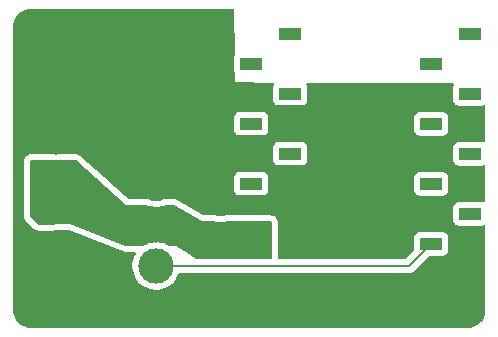
<source format=gbl>
G04 #@! TF.GenerationSoftware,KiCad,Pcbnew,9.0.2-9.0.2-0~ubuntu24.04.1*
G04 #@! TF.CreationDate,2025-06-11T11:10:20+02:00*
G04 #@! TF.ProjectId,PCB_Affichage,5043425f-4166-4666-9963-686167652e6b,rev?*
G04 #@! TF.SameCoordinates,Original*
G04 #@! TF.FileFunction,Copper,L2,Bot*
G04 #@! TF.FilePolarity,Positive*
%FSLAX46Y46*%
G04 Gerber Fmt 4.6, Leading zero omitted, Abs format (unit mm)*
G04 Created by KiCad (PCBNEW 9.0.2-9.0.2-0~ubuntu24.04.1) date 2025-06-11 11:10:20*
%MOMM*%
%LPD*%
G01*
G04 APERTURE LIST*
G04 Aperture macros list*
%AMRoundRect*
0 Rectangle with rounded corners*
0 $1 Rounding radius*
0 $2 $3 $4 $5 $6 $7 $8 $9 X,Y pos of 4 corners*
0 Add a 4 corners polygon primitive as box body*
4,1,4,$2,$3,$4,$5,$6,$7,$8,$9,$2,$3,0*
0 Add four circle primitives for the rounded corners*
1,1,$1+$1,$2,$3*
1,1,$1+$1,$4,$5*
1,1,$1+$1,$6,$7*
1,1,$1+$1,$8,$9*
0 Add four rect primitives between the rounded corners*
20,1,$1+$1,$2,$3,$4,$5,0*
20,1,$1+$1,$4,$5,$6,$7,0*
20,1,$1+$1,$6,$7,$8,$9,0*
20,1,$1+$1,$8,$9,$2,$3,0*%
G04 Aperture macros list end*
G04 #@! TA.AperFunction,SMDPad,CuDef*
%ADD10R,1.900000X1.000000*%
G04 #@! TD*
G04 #@! TA.AperFunction,ComponentPad*
%ADD11C,3.000000*%
G04 #@! TD*
G04 #@! TA.AperFunction,ComponentPad*
%ADD12RoundRect,0.760000X1.140000X-1.140000X1.140000X1.140000X-1.140000X1.140000X-1.140000X-1.140000X0*%
G04 #@! TD*
G04 #@! TA.AperFunction,ComponentPad*
%ADD13C,4.000000*%
G04 #@! TD*
G04 #@! TA.AperFunction,SMDPad,CuDef*
%ADD14RoundRect,0.237500X0.237500X-0.300000X0.237500X0.300000X-0.237500X0.300000X-0.237500X-0.300000X0*%
G04 #@! TD*
G04 #@! TA.AperFunction,ViaPad*
%ADD15C,0.600000*%
G04 #@! TD*
G04 #@! TA.AperFunction,Conductor*
%ADD16C,0.200000*%
G04 #@! TD*
G04 APERTURE END LIST*
D10*
X110965000Y-48595000D03*
X107665000Y-51135000D03*
X110965000Y-53675000D03*
X107665000Y-56215000D03*
X110965000Y-58755000D03*
X107665000Y-61295000D03*
X110965000Y-63835000D03*
X107665000Y-66375000D03*
X122905000Y-66380000D03*
X126205000Y-63840000D03*
X122905000Y-61300000D03*
X126205000Y-58760000D03*
X122905000Y-56220000D03*
X126205000Y-53680000D03*
X122905000Y-51140000D03*
X126205000Y-48600000D03*
D11*
X99610000Y-68260000D03*
X99610000Y-64760000D03*
X99610000Y-61260000D03*
D12*
X91100000Y-61830000D03*
D13*
X91100000Y-56830000D03*
D14*
X105090000Y-65202500D03*
X105090000Y-63477500D03*
D15*
X118090000Y-63090000D03*
X105190000Y-71090000D03*
X113790000Y-71090000D03*
X122390000Y-71090000D03*
X87990000Y-55090000D03*
X100890000Y-71090000D03*
X87990000Y-51090000D03*
X87990000Y-71090000D03*
X126690000Y-71090000D03*
X109490000Y-63090000D03*
X118090000Y-71090000D03*
X92290000Y-67090000D03*
X96590000Y-59090000D03*
X96590000Y-55090000D03*
X113790000Y-63090000D03*
X118090000Y-67090000D03*
X105190000Y-47090000D03*
X118090000Y-55090000D03*
X92290000Y-51090000D03*
X105190000Y-59090000D03*
X113790000Y-59090000D03*
X92290000Y-47090000D03*
X105190000Y-51090000D03*
X113790000Y-55090000D03*
X122390000Y-59090000D03*
X100890000Y-47090000D03*
X96590000Y-71090000D03*
X100890000Y-59090000D03*
X118090000Y-59090000D03*
X96590000Y-51090000D03*
X105190000Y-55090000D03*
X126690000Y-67090000D03*
X126690000Y-55090000D03*
X100890000Y-55090000D03*
X113790000Y-67090000D03*
X87990000Y-67090000D03*
X122390000Y-63090000D03*
X87990000Y-63090000D03*
X109490000Y-55090000D03*
X96590000Y-47090000D03*
X87990000Y-59090000D03*
X100890000Y-51090000D03*
X109490000Y-71090000D03*
D16*
X121015000Y-68270000D02*
X122905000Y-66380000D01*
X99610000Y-68260000D02*
X99620000Y-68270000D01*
X99620000Y-68270000D02*
X121015000Y-68270000D01*
G04 #@! TA.AperFunction,Conductor*
G36*
X90695799Y-59300779D02*
G01*
X90959571Y-59330499D01*
X90959572Y-59330500D01*
X90959575Y-59330500D01*
X91240428Y-59330500D01*
X91240428Y-59330499D01*
X91504200Y-59300779D01*
X91518082Y-59300000D01*
X92772669Y-59300000D01*
X92839708Y-59319685D01*
X92855294Y-59331539D01*
X97049998Y-63079999D01*
X97049999Y-63079999D01*
X97050000Y-63080000D01*
X98751647Y-63080000D01*
X98799099Y-63089438D01*
X98965581Y-63158398D01*
X99218884Y-63226270D01*
X99478880Y-63260500D01*
X99478887Y-63260500D01*
X99741113Y-63260500D01*
X99741120Y-63260500D01*
X100001116Y-63226270D01*
X100254419Y-63158398D01*
X100420900Y-63089438D01*
X100468353Y-63080000D01*
X101076683Y-63080000D01*
X101138829Y-63096697D01*
X101756847Y-63454632D01*
X103510000Y-64470000D01*
X104576090Y-64470000D01*
X104615092Y-64476293D01*
X104702247Y-64505174D01*
X104803323Y-64515500D01*
X105376676Y-64515499D01*
X105376684Y-64515498D01*
X105376687Y-64515498D01*
X105432030Y-64509844D01*
X105477753Y-64505174D01*
X105564908Y-64476293D01*
X105603910Y-64470000D01*
X107049714Y-64470000D01*
X107050237Y-64470001D01*
X109296523Y-64479479D01*
X109363479Y-64499446D01*
X109409011Y-64552443D01*
X109420000Y-64603478D01*
X109420000Y-67545500D01*
X109400315Y-67612539D01*
X109347511Y-67658294D01*
X109296000Y-67669500D01*
X103065465Y-67669500D01*
X102998426Y-67649815D01*
X102996787Y-67648744D01*
X102126755Y-67070000D01*
X104510000Y-67070000D01*
X108840000Y-67080000D01*
X108830000Y-64560000D01*
X104510000Y-64550000D01*
X104510000Y-67070000D01*
X102126755Y-67070000D01*
X101330000Y-66540000D01*
X100668051Y-66541539D01*
X100605763Y-66524926D01*
X100496704Y-66461960D01*
X100496693Y-66461955D01*
X100254428Y-66361605D01*
X100254421Y-66361603D01*
X100254419Y-66361602D01*
X100001116Y-66293730D01*
X99943339Y-66286123D01*
X99741127Y-66259500D01*
X99741120Y-66259500D01*
X99478880Y-66259500D01*
X99478872Y-66259500D01*
X99251013Y-66289500D01*
X99218884Y-66293730D01*
X98965581Y-66361602D01*
X98965571Y-66361605D01*
X98723309Y-66461953D01*
X98723304Y-66461956D01*
X98605678Y-66529866D01*
X98543967Y-66546478D01*
X97053317Y-66549945D01*
X97008252Y-66541578D01*
X93599809Y-65221713D01*
X92330000Y-64730000D01*
X92329997Y-64729999D01*
X89700897Y-64769240D01*
X89633571Y-64750558D01*
X89613250Y-64734781D01*
X88968093Y-64116506D01*
X88933311Y-64055909D01*
X88929889Y-64027243D01*
X88920260Y-59424259D01*
X88939805Y-59357179D01*
X88992513Y-59311314D01*
X89044260Y-59300000D01*
X90681918Y-59300000D01*
X90695799Y-59300779D01*
G37*
G04 #@! TD.AperFunction*
G04 #@! TA.AperFunction,Conductor*
G36*
X106184946Y-46520185D02*
G01*
X106230701Y-46572989D01*
X106241905Y-46623832D01*
X106262209Y-50393737D01*
X106254393Y-50437737D01*
X106220909Y-50527514D01*
X106220908Y-50527516D01*
X106214501Y-50587116D01*
X106214500Y-50587135D01*
X106214500Y-51682870D01*
X106214501Y-51682876D01*
X106220908Y-51742483D01*
X106262488Y-51853964D01*
X106270304Y-51896629D01*
X106274785Y-52728606D01*
X106274786Y-52728607D01*
X109473073Y-52733071D01*
X109540085Y-52752849D01*
X109585766Y-52805717D01*
X109595613Y-52874889D01*
X109574973Y-52924623D01*
X109575454Y-52924886D01*
X109572996Y-52929386D01*
X109572170Y-52931378D01*
X109571205Y-52932666D01*
X109571202Y-52932671D01*
X109520908Y-53067517D01*
X109514501Y-53127116D01*
X109514501Y-53127123D01*
X109514500Y-53127135D01*
X109514500Y-54222870D01*
X109514501Y-54222876D01*
X109520908Y-54282483D01*
X109571202Y-54417328D01*
X109571206Y-54417335D01*
X109657452Y-54532544D01*
X109657455Y-54532547D01*
X109772664Y-54618793D01*
X109772671Y-54618797D01*
X109907517Y-54669091D01*
X109907516Y-54669091D01*
X109914444Y-54669835D01*
X109967127Y-54675500D01*
X111962872Y-54675499D01*
X112022483Y-54669091D01*
X112157331Y-54618796D01*
X112272546Y-54532546D01*
X112358796Y-54417331D01*
X112409091Y-54282483D01*
X112415500Y-54222873D01*
X112415499Y-53127128D01*
X112410299Y-53078757D01*
X112409091Y-53067516D01*
X112358797Y-52932671D01*
X112354546Y-52924886D01*
X112356565Y-52923783D01*
X112336537Y-52870091D01*
X112351387Y-52801817D01*
X112400791Y-52752411D01*
X112460391Y-52737241D01*
X124702496Y-52754331D01*
X124769507Y-52774109D01*
X124815188Y-52826977D01*
X124825035Y-52896149D01*
X124813995Y-52929244D01*
X124814303Y-52929359D01*
X124760908Y-53072517D01*
X124754501Y-53132116D01*
X124754500Y-53132135D01*
X124754500Y-54227870D01*
X124754501Y-54227876D01*
X124760908Y-54287483D01*
X124811202Y-54422328D01*
X124811206Y-54422335D01*
X124897452Y-54537544D01*
X124897455Y-54537547D01*
X125012664Y-54623793D01*
X125012671Y-54623797D01*
X125147517Y-54674091D01*
X125147516Y-54674091D01*
X125154444Y-54674835D01*
X125207127Y-54680500D01*
X127202872Y-54680499D01*
X127262483Y-54674091D01*
X127332169Y-54648099D01*
X127401858Y-54643116D01*
X127463181Y-54676600D01*
X127496666Y-54737923D01*
X127499500Y-54764282D01*
X127499500Y-57675717D01*
X127479815Y-57742756D01*
X127427011Y-57788511D01*
X127357853Y-57798455D01*
X127332167Y-57791899D01*
X127262482Y-57765908D01*
X127262483Y-57765908D01*
X127202883Y-57759501D01*
X127202881Y-57759500D01*
X127202873Y-57759500D01*
X127202864Y-57759500D01*
X125207129Y-57759500D01*
X125207123Y-57759501D01*
X125147516Y-57765908D01*
X125012671Y-57816202D01*
X125012664Y-57816206D01*
X124897455Y-57902452D01*
X124897452Y-57902455D01*
X124811206Y-58017664D01*
X124811202Y-58017671D01*
X124760908Y-58152517D01*
X124754501Y-58212116D01*
X124754500Y-58212135D01*
X124754500Y-59307870D01*
X124754501Y-59307876D01*
X124760908Y-59367483D01*
X124811202Y-59502328D01*
X124811206Y-59502335D01*
X124897452Y-59617544D01*
X124897455Y-59617547D01*
X125012664Y-59703793D01*
X125012671Y-59703797D01*
X125147517Y-59754091D01*
X125147516Y-59754091D01*
X125154444Y-59754835D01*
X125207127Y-59760500D01*
X127202872Y-59760499D01*
X127262483Y-59754091D01*
X127332169Y-59728099D01*
X127401858Y-59723116D01*
X127463181Y-59756600D01*
X127496666Y-59817923D01*
X127499500Y-59844282D01*
X127499500Y-62755717D01*
X127479815Y-62822756D01*
X127427011Y-62868511D01*
X127357853Y-62878455D01*
X127332167Y-62871899D01*
X127262482Y-62845908D01*
X127262483Y-62845908D01*
X127202883Y-62839501D01*
X127202881Y-62839500D01*
X127202873Y-62839500D01*
X127202864Y-62839500D01*
X125207129Y-62839500D01*
X125207123Y-62839501D01*
X125147516Y-62845908D01*
X125012671Y-62896202D01*
X125012664Y-62896206D01*
X124897455Y-62982452D01*
X124897452Y-62982455D01*
X124811206Y-63097664D01*
X124811202Y-63097671D01*
X124760908Y-63232517D01*
X124754501Y-63292116D01*
X124754500Y-63292135D01*
X124754500Y-64387870D01*
X124754501Y-64387876D01*
X124760908Y-64447483D01*
X124811202Y-64582328D01*
X124811206Y-64582335D01*
X124897452Y-64697544D01*
X124897455Y-64697547D01*
X125012664Y-64783793D01*
X125012671Y-64783797D01*
X125147517Y-64834091D01*
X125147516Y-64834091D01*
X125154444Y-64834835D01*
X125207127Y-64840500D01*
X127202872Y-64840499D01*
X127262483Y-64834091D01*
X127332169Y-64808099D01*
X127401858Y-64803116D01*
X127463181Y-64836600D01*
X127496666Y-64897923D01*
X127499500Y-64924282D01*
X127499500Y-71995572D01*
X127499184Y-72004418D01*
X127499184Y-72004419D01*
X127484869Y-72204557D01*
X127482351Y-72222068D01*
X127440646Y-72413787D01*
X127435662Y-72430763D01*
X127367090Y-72614609D01*
X127359740Y-72630701D01*
X127265711Y-72802904D01*
X127256146Y-72817789D01*
X127138558Y-72974867D01*
X127126972Y-72988237D01*
X126988237Y-73126972D01*
X126974867Y-73138558D01*
X126817789Y-73256146D01*
X126802904Y-73265711D01*
X126630701Y-73359740D01*
X126614609Y-73367090D01*
X126430763Y-73435662D01*
X126413787Y-73440646D01*
X126222068Y-73482351D01*
X126204557Y-73484869D01*
X126023779Y-73497799D01*
X126004417Y-73499184D01*
X125995572Y-73499500D01*
X89004428Y-73499500D01*
X88995582Y-73499184D01*
X88973622Y-73497613D01*
X88795442Y-73484869D01*
X88777931Y-73482351D01*
X88586212Y-73440646D01*
X88569236Y-73435662D01*
X88385390Y-73367090D01*
X88369298Y-73359740D01*
X88197095Y-73265711D01*
X88182210Y-73256146D01*
X88025132Y-73138558D01*
X88011762Y-73126972D01*
X87873027Y-72988237D01*
X87861441Y-72974867D01*
X87743849Y-72817784D01*
X87734288Y-72802904D01*
X87640259Y-72630701D01*
X87632909Y-72614609D01*
X87572091Y-72451551D01*
X87564334Y-72430755D01*
X87559355Y-72413797D01*
X87517647Y-72222063D01*
X87515130Y-72204556D01*
X87500816Y-72004418D01*
X87500500Y-71995572D01*
X87500500Y-59425316D01*
X88414761Y-59425316D01*
X88414771Y-59430096D01*
X88424390Y-64028296D01*
X88424391Y-64028332D01*
X88427951Y-64087143D01*
X88427952Y-64087153D01*
X88427953Y-64087162D01*
X88431375Y-64115828D01*
X88431376Y-64115832D01*
X88441077Y-64170027D01*
X88441761Y-64173844D01*
X88461308Y-64223030D01*
X88494898Y-64307553D01*
X88494899Y-64307554D01*
X88529677Y-64368145D01*
X88529681Y-64368152D01*
X88591745Y-64447483D01*
X88618335Y-64481471D01*
X89263492Y-65099746D01*
X89303249Y-65134067D01*
X89323570Y-65149844D01*
X89366654Y-65179843D01*
X89498409Y-65237653D01*
X89565735Y-65256335D01*
X89565736Y-65256335D01*
X89565795Y-65256342D01*
X89572778Y-65257294D01*
X89573606Y-65257347D01*
X89580041Y-65258174D01*
X89708441Y-65274684D01*
X92215060Y-65237270D01*
X92261688Y-65245623D01*
X95670588Y-66565665D01*
X96825707Y-67012967D01*
X96825710Y-67012967D01*
X96825713Y-67012969D01*
X96915975Y-67038584D01*
X96950974Y-67045082D01*
X96961033Y-67046950D01*
X96961036Y-67046950D01*
X96961040Y-67046951D01*
X97054493Y-67055444D01*
X97781388Y-67053753D01*
X97848471Y-67073281D01*
X97894348Y-67125978D01*
X97904453Y-67195113D01*
X97889062Y-67239751D01*
X97811956Y-67373304D01*
X97811953Y-67373309D01*
X97711605Y-67615571D01*
X97711602Y-67615581D01*
X97643730Y-67868885D01*
X97609500Y-68128872D01*
X97609500Y-68391127D01*
X97636123Y-68593339D01*
X97643730Y-68651116D01*
X97702514Y-68870501D01*
X97711602Y-68904418D01*
X97711605Y-68904428D01*
X97811953Y-69146690D01*
X97811958Y-69146700D01*
X97943075Y-69373803D01*
X98102718Y-69581851D01*
X98102726Y-69581860D01*
X98288140Y-69767274D01*
X98288148Y-69767281D01*
X98496196Y-69926924D01*
X98723299Y-70058041D01*
X98723309Y-70058046D01*
X98965571Y-70158394D01*
X98965581Y-70158398D01*
X99218884Y-70226270D01*
X99478880Y-70260500D01*
X99478887Y-70260500D01*
X99741113Y-70260500D01*
X99741120Y-70260500D01*
X100001116Y-70226270D01*
X100254419Y-70158398D01*
X100496697Y-70058043D01*
X100723803Y-69926924D01*
X100931851Y-69767282D01*
X100931855Y-69767277D01*
X100931860Y-69767274D01*
X101117274Y-69581860D01*
X101117277Y-69581855D01*
X101117282Y-69581851D01*
X101276924Y-69373803D01*
X101408043Y-69146697D01*
X101490741Y-68947047D01*
X101534582Y-68892644D01*
X101600876Y-68870579D01*
X101605302Y-68870500D01*
X120928331Y-68870500D01*
X120928347Y-68870501D01*
X120935943Y-68870501D01*
X121094054Y-68870501D01*
X121094057Y-68870501D01*
X121246785Y-68829577D01*
X121296904Y-68800639D01*
X121383716Y-68750520D01*
X121495520Y-68638716D01*
X121495520Y-68638714D01*
X121505728Y-68628507D01*
X121505729Y-68628504D01*
X122717417Y-67416818D01*
X122778740Y-67383333D01*
X122805098Y-67380499D01*
X123902871Y-67380499D01*
X123902872Y-67380499D01*
X123962483Y-67374091D01*
X124097331Y-67323796D01*
X124212546Y-67237546D01*
X124298796Y-67122331D01*
X124349091Y-66987483D01*
X124355500Y-66927873D01*
X124355499Y-65832128D01*
X124349091Y-65772517D01*
X124298796Y-65637669D01*
X124298795Y-65637668D01*
X124298793Y-65637664D01*
X124212547Y-65522455D01*
X124212544Y-65522452D01*
X124097335Y-65436206D01*
X124097328Y-65436202D01*
X123962482Y-65385908D01*
X123962483Y-65385908D01*
X123902883Y-65379501D01*
X123902881Y-65379500D01*
X123902873Y-65379500D01*
X123902864Y-65379500D01*
X121907129Y-65379500D01*
X121907123Y-65379501D01*
X121847516Y-65385908D01*
X121712671Y-65436202D01*
X121712664Y-65436206D01*
X121597455Y-65522452D01*
X121597452Y-65522455D01*
X121511206Y-65637664D01*
X121511202Y-65637671D01*
X121460908Y-65772517D01*
X121454501Y-65832116D01*
X121454501Y-65832123D01*
X121454500Y-65832135D01*
X121454500Y-66929901D01*
X121434815Y-66996940D01*
X121418181Y-67017582D01*
X120802584Y-67633181D01*
X120741261Y-67666666D01*
X120714903Y-67669500D01*
X110049500Y-67669500D01*
X109982461Y-67649815D01*
X109936706Y-67597011D01*
X109925500Y-67545500D01*
X109925500Y-64603478D01*
X109914174Y-64497071D01*
X109903185Y-64446036D01*
X109869712Y-64344393D01*
X109792436Y-64223026D01*
X109746904Y-64170029D01*
X109746902Y-64170027D01*
X109638563Y-64075348D01*
X109507941Y-64015028D01*
X109488857Y-64009337D01*
X109440982Y-63995060D01*
X109440972Y-63995057D01*
X109440973Y-63995057D01*
X109298659Y-63973983D01*
X109234476Y-63973712D01*
X107052370Y-63964505D01*
X107052268Y-63964504D01*
X107051281Y-63964501D01*
X107051281Y-63964502D01*
X107050780Y-63964501D01*
X107050681Y-63964501D01*
X107050663Y-63964500D01*
X107049714Y-63964500D01*
X105603910Y-63964500D01*
X105523389Y-63970954D01*
X105523377Y-63970955D01*
X105484397Y-63977245D01*
X105484392Y-63977246D01*
X105484387Y-63977247D01*
X105442126Y-63987587D01*
X105405879Y-63996457D01*
X105384185Y-64003646D01*
X105357881Y-64009287D01*
X105357298Y-64009347D01*
X105344603Y-64009999D01*
X104835397Y-64009999D01*
X104822602Y-64009337D01*
X104822014Y-64009276D01*
X104795810Y-64003645D01*
X104774106Y-63996454D01*
X104774102Y-63996453D01*
X104774099Y-63996452D01*
X104695613Y-63977247D01*
X104695605Y-63977245D01*
X104656622Y-63970955D01*
X104656612Y-63970954D01*
X104656611Y-63970954D01*
X104576090Y-63964500D01*
X104576087Y-63964500D01*
X103679134Y-63964500D01*
X103616988Y-63947803D01*
X101950199Y-62982455D01*
X101392175Y-62659266D01*
X101392161Y-62659260D01*
X101269995Y-62608511D01*
X101269992Y-62608509D01*
X101207850Y-62591814D01*
X101207849Y-62591813D01*
X101150253Y-62584211D01*
X101076683Y-62574500D01*
X100468353Y-62574500D01*
X100440789Y-62577214D01*
X100369750Y-62584210D01*
X100369745Y-62584210D01*
X100322288Y-62593649D01*
X100239695Y-62618703D01*
X100227450Y-62622418D01*
X100227448Y-62622418D01*
X100227444Y-62622420D01*
X100099088Y-62675587D01*
X100083728Y-62680801D01*
X99910131Y-62727315D01*
X99894225Y-62730479D01*
X99745789Y-62750023D01*
X99716045Y-62753939D01*
X99699861Y-62755000D01*
X99520139Y-62755000D01*
X99503954Y-62753939D01*
X99470818Y-62749576D01*
X99325773Y-62730479D01*
X99309867Y-62727315D01*
X99136267Y-62680800D01*
X99120907Y-62675586D01*
X98992553Y-62622419D01*
X98925425Y-62602056D01*
X98897709Y-62593649D01*
X98897706Y-62593648D01*
X98897705Y-62593648D01*
X98850254Y-62584210D01*
X98773188Y-62576621D01*
X98751647Y-62574500D01*
X98751645Y-62574500D01*
X97290284Y-62574500D01*
X97223245Y-62554815D01*
X97207659Y-62542961D01*
X96936331Y-62300498D01*
X95203640Y-60752135D01*
X95198045Y-60747135D01*
X106214500Y-60747135D01*
X106214500Y-61842870D01*
X106214501Y-61842876D01*
X106220908Y-61902483D01*
X106271202Y-62037328D01*
X106271206Y-62037335D01*
X106357452Y-62152544D01*
X106357455Y-62152547D01*
X106472664Y-62238793D01*
X106472671Y-62238797D01*
X106607517Y-62289091D01*
X106607516Y-62289091D01*
X106614444Y-62289835D01*
X106667127Y-62295500D01*
X108662872Y-62295499D01*
X108722483Y-62289091D01*
X108857331Y-62238796D01*
X108972546Y-62152546D01*
X109058796Y-62037331D01*
X109109091Y-61902483D01*
X109115500Y-61842873D01*
X109115499Y-60752135D01*
X121454500Y-60752135D01*
X121454500Y-61847870D01*
X121454501Y-61847876D01*
X121460908Y-61907483D01*
X121511202Y-62042328D01*
X121511206Y-62042335D01*
X121597452Y-62157544D01*
X121597455Y-62157547D01*
X121712664Y-62243793D01*
X121712671Y-62243797D01*
X121847517Y-62294091D01*
X121847516Y-62294091D01*
X121854444Y-62294835D01*
X121907127Y-62300500D01*
X123902872Y-62300499D01*
X123962483Y-62294091D01*
X124097331Y-62243796D01*
X124212546Y-62157546D01*
X124298796Y-62042331D01*
X124349091Y-61907483D01*
X124355500Y-61847873D01*
X124355499Y-60752128D01*
X124349091Y-60692517D01*
X124298796Y-60557669D01*
X124298795Y-60557668D01*
X124298793Y-60557664D01*
X124212547Y-60442455D01*
X124212544Y-60442452D01*
X124097335Y-60356206D01*
X124097328Y-60356202D01*
X123962482Y-60305908D01*
X123962483Y-60305908D01*
X123902883Y-60299501D01*
X123902881Y-60299500D01*
X123902873Y-60299500D01*
X123902864Y-60299500D01*
X121907129Y-60299500D01*
X121907123Y-60299501D01*
X121847516Y-60305908D01*
X121712671Y-60356202D01*
X121712664Y-60356206D01*
X121597455Y-60442452D01*
X121597452Y-60442455D01*
X121511206Y-60557664D01*
X121511202Y-60557671D01*
X121460908Y-60692517D01*
X121454501Y-60752116D01*
X121454501Y-60752123D01*
X121454500Y-60752135D01*
X109115499Y-60752135D01*
X109115499Y-60747128D01*
X109110299Y-60698757D01*
X109109091Y-60687516D01*
X109058797Y-60552671D01*
X109058793Y-60552664D01*
X108972547Y-60437455D01*
X108972544Y-60437452D01*
X108857335Y-60351206D01*
X108857328Y-60351202D01*
X108722482Y-60300908D01*
X108722483Y-60300908D01*
X108662883Y-60294501D01*
X108662881Y-60294500D01*
X108662873Y-60294500D01*
X108662864Y-60294500D01*
X106667129Y-60294500D01*
X106667123Y-60294501D01*
X106607516Y-60300908D01*
X106472671Y-60351202D01*
X106472664Y-60351206D01*
X106357455Y-60437452D01*
X106357452Y-60437455D01*
X106271206Y-60552664D01*
X106271202Y-60552671D01*
X106220908Y-60687517D01*
X106214501Y-60747116D01*
X106214501Y-60747123D01*
X106214500Y-60747135D01*
X95198045Y-60747135D01*
X93192127Y-58954612D01*
X93161307Y-58929188D01*
X93161305Y-58929186D01*
X93145719Y-58917332D01*
X93113005Y-58894433D01*
X93113004Y-58894432D01*
X93113002Y-58894431D01*
X92982134Y-58834664D01*
X92982129Y-58834662D01*
X92982128Y-58834662D01*
X92915089Y-58814977D01*
X92915091Y-58814977D01*
X92915086Y-58814976D01*
X92853795Y-58806164D01*
X92772669Y-58794500D01*
X91518082Y-58794500D01*
X91518068Y-58794500D01*
X91489767Y-58795293D01*
X91475869Y-58796073D01*
X91447608Y-58798456D01*
X91218950Y-58824220D01*
X91205066Y-58825000D01*
X90994933Y-58825000D01*
X90981049Y-58824220D01*
X90752393Y-58798456D01*
X90724128Y-58796072D01*
X90710234Y-58795293D01*
X90681932Y-58794500D01*
X90681918Y-58794500D01*
X89044260Y-58794500D01*
X89044255Y-58794500D01*
X89044242Y-58794501D01*
X88936297Y-58806164D01*
X88884543Y-58817479D01*
X88850214Y-58828965D01*
X88781560Y-58851935D01*
X88781557Y-58851936D01*
X88781556Y-58851937D01*
X88781555Y-58851937D01*
X88660692Y-58929968D01*
X88660679Y-58929978D01*
X88607976Y-58975838D01*
X88607973Y-58975841D01*
X88513984Y-59084768D01*
X88513983Y-59084770D01*
X88454486Y-59215768D01*
X88454485Y-59215770D01*
X88437987Y-59272390D01*
X88437984Y-59272405D01*
X88434941Y-59282852D01*
X88434939Y-59282858D01*
X88414761Y-59425316D01*
X87500500Y-59425316D01*
X87500500Y-58207135D01*
X109514500Y-58207135D01*
X109514500Y-59302870D01*
X109514501Y-59302876D01*
X109520908Y-59362483D01*
X109571202Y-59497328D01*
X109571206Y-59497335D01*
X109657452Y-59612544D01*
X109657455Y-59612547D01*
X109772664Y-59698793D01*
X109772671Y-59698797D01*
X109907517Y-59749091D01*
X109907516Y-59749091D01*
X109914444Y-59749835D01*
X109967127Y-59755500D01*
X111962872Y-59755499D01*
X112022483Y-59749091D01*
X112157331Y-59698796D01*
X112272546Y-59612546D01*
X112358796Y-59497331D01*
X112409091Y-59362483D01*
X112415500Y-59302873D01*
X112415499Y-58207128D01*
X112410299Y-58158757D01*
X112409091Y-58147516D01*
X112358797Y-58012671D01*
X112358793Y-58012664D01*
X112272547Y-57897455D01*
X112272544Y-57897452D01*
X112157335Y-57811206D01*
X112157328Y-57811202D01*
X112022482Y-57760908D01*
X112022483Y-57760908D01*
X111962883Y-57754501D01*
X111962881Y-57754500D01*
X111962873Y-57754500D01*
X111962864Y-57754500D01*
X109967129Y-57754500D01*
X109967123Y-57754501D01*
X109907516Y-57760908D01*
X109772671Y-57811202D01*
X109772664Y-57811206D01*
X109657455Y-57897452D01*
X109657452Y-57897455D01*
X109571206Y-58012664D01*
X109571202Y-58012671D01*
X109520908Y-58147517D01*
X109514501Y-58207116D01*
X109514501Y-58207123D01*
X109514500Y-58207135D01*
X87500500Y-58207135D01*
X87500500Y-55667135D01*
X106214500Y-55667135D01*
X106214500Y-56762870D01*
X106214501Y-56762876D01*
X106220908Y-56822483D01*
X106271202Y-56957328D01*
X106271206Y-56957335D01*
X106357452Y-57072544D01*
X106357455Y-57072547D01*
X106472664Y-57158793D01*
X106472671Y-57158797D01*
X106607517Y-57209091D01*
X106607516Y-57209091D01*
X106614444Y-57209835D01*
X106667127Y-57215500D01*
X108662872Y-57215499D01*
X108722483Y-57209091D01*
X108857331Y-57158796D01*
X108972546Y-57072546D01*
X109058796Y-56957331D01*
X109109091Y-56822483D01*
X109115500Y-56762873D01*
X109115499Y-55672135D01*
X121454500Y-55672135D01*
X121454500Y-56767870D01*
X121454501Y-56767876D01*
X121460908Y-56827483D01*
X121511202Y-56962328D01*
X121511206Y-56962335D01*
X121597452Y-57077544D01*
X121597455Y-57077547D01*
X121712664Y-57163793D01*
X121712671Y-57163797D01*
X121847517Y-57214091D01*
X121847516Y-57214091D01*
X121854444Y-57214835D01*
X121907127Y-57220500D01*
X123902872Y-57220499D01*
X123962483Y-57214091D01*
X124097331Y-57163796D01*
X124212546Y-57077546D01*
X124298796Y-56962331D01*
X124349091Y-56827483D01*
X124355500Y-56767873D01*
X124355499Y-55672128D01*
X124349091Y-55612517D01*
X124298796Y-55477669D01*
X124298795Y-55477668D01*
X124298793Y-55477664D01*
X124212547Y-55362455D01*
X124212544Y-55362452D01*
X124097335Y-55276206D01*
X124097328Y-55276202D01*
X123962482Y-55225908D01*
X123962483Y-55225908D01*
X123902883Y-55219501D01*
X123902881Y-55219500D01*
X123902873Y-55219500D01*
X123902864Y-55219500D01*
X121907129Y-55219500D01*
X121907123Y-55219501D01*
X121847516Y-55225908D01*
X121712671Y-55276202D01*
X121712664Y-55276206D01*
X121597455Y-55362452D01*
X121597452Y-55362455D01*
X121511206Y-55477664D01*
X121511202Y-55477671D01*
X121460908Y-55612517D01*
X121454501Y-55672116D01*
X121454501Y-55672123D01*
X121454500Y-55672135D01*
X109115499Y-55672135D01*
X109115499Y-55667128D01*
X109110299Y-55618757D01*
X109109091Y-55607516D01*
X109058797Y-55472671D01*
X109058793Y-55472664D01*
X108972547Y-55357455D01*
X108972544Y-55357452D01*
X108857335Y-55271206D01*
X108857328Y-55271202D01*
X108722482Y-55220908D01*
X108722483Y-55220908D01*
X108662883Y-55214501D01*
X108662881Y-55214500D01*
X108662873Y-55214500D01*
X108662864Y-55214500D01*
X106667129Y-55214500D01*
X106667123Y-55214501D01*
X106607516Y-55220908D01*
X106472671Y-55271202D01*
X106472664Y-55271206D01*
X106357455Y-55357452D01*
X106357452Y-55357455D01*
X106271206Y-55472664D01*
X106271202Y-55472671D01*
X106220908Y-55607517D01*
X106214501Y-55667116D01*
X106214501Y-55667123D01*
X106214500Y-55667135D01*
X87500500Y-55667135D01*
X87500500Y-48004427D01*
X87500816Y-47995581D01*
X87515130Y-47795443D01*
X87517646Y-47777938D01*
X87559356Y-47586199D01*
X87564333Y-47569248D01*
X87632911Y-47385385D01*
X87640259Y-47369298D01*
X87702815Y-47254734D01*
X87734291Y-47197089D01*
X87743845Y-47182221D01*
X87861448Y-47025123D01*
X87873020Y-47011769D01*
X88011769Y-46873020D01*
X88025123Y-46861448D01*
X88182221Y-46743845D01*
X88197089Y-46734291D01*
X88369298Y-46640258D01*
X88385385Y-46632911D01*
X88569248Y-46564333D01*
X88586199Y-46559356D01*
X88777938Y-46517646D01*
X88795436Y-46515130D01*
X88995582Y-46500816D01*
X89004428Y-46500500D01*
X89065892Y-46500500D01*
X106117907Y-46500500D01*
X106184946Y-46520185D01*
G37*
G04 #@! TD.AperFunction*
G04 #@! TA.AperFunction,Conductor*
G36*
X108830000Y-64560000D02*
G01*
X108840000Y-67080000D01*
X104510000Y-67070000D01*
X104510000Y-64550000D01*
X108830000Y-64560000D01*
G37*
G04 #@! TD.AperFunction*
M02*

</source>
